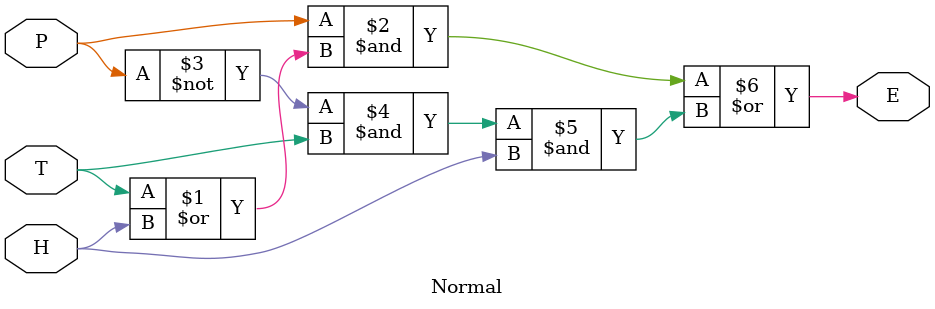
<source format=v>



// Generated by Quartus Prime Version 20.1 (Build Build 711 06/05/2020)
// Created on Tue Sep 22 13:10:57 2020

//  Module Declaration
module Normal
(
// {{ALTERA_ARGS_BEGIN}} DO NOT REMOVE THIS LINE!
P, T, H, E
// {{ALTERA_ARGS_END}} DO NOT REMOVE THIS LINE!
);
// Port Declaration

// {{ALTERA_IO_BEGIN}} DO NOT REMOVE THIS LINE!
input P;
input T;
input H;
output E;

// {{ALTERA_IO_END}} DO NOT REMOVE THIS LINE!

assign E = ((P & (T | H)) | (~P & T & H));

endmodule

</source>
